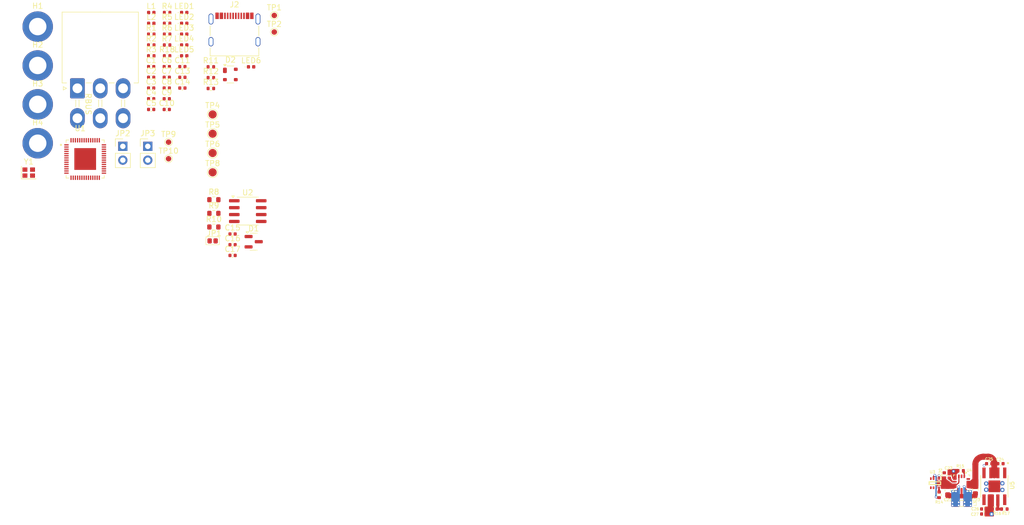
<source format=kicad_pcb>
(kicad_pcb (version 20241229) (generator "pcbnew") (generator_version "9.0")
  (layers (0 "F.Cu" signal) (4 "In1.Cu" signal) (6 "In2.Cu" signal) (2 "B.Cu" signal) (13 "F.Paste" user) (15 "B.Paste" user) (5 "F.SilkS" user "F.Silkscreen") (7 "B.SilkS" user "B.Silkscreen") (1 "F.Mask" user) (3 "B.Mask" user) (25 "Edge.Cuts" user))
  (net 0 "")
  (net 1 "GND")
  (net 2 "+3V3")
  (net 3 "VBUS")
  (net 4 "RBUS_uC_V")
  (net 5 "/Power/BBIN")
  (net 6 "/Power/BIAS")
  (net 7 "/Power/BBOUT")
  (net 8 "/Power/LX1")
  (net 9 "/Power/LX2")
  (net 10 "/Power/SEL")
  (net 11 "/Power/FBIn")
  (net 12 "Net-(U3-ST)")
  (net 18 "/CHIP_PU")
  (net 19 "Net-(C6-Pad1)")
  (net 20 "/BOOT")
  (net 21 "Net-(U1-XTAL_N)")
  (net 22 "Net-(C14-Pad1)")
  (net 23 "Net-(JP1-B)")
  (net 24 "/CAN-")
  (net 25 "/CAN+")
  (net 26 "/Data-")
  (net 27 "/Data+")
  (net 28 "+16.8V")
  (net 30 "Net-(J2-CC1)")
  (net 31 "Net-(J2-CC2)")
  (net 33 "/CAN-BUS/Vref")
  (net 34 "Net-(U1-XTAL_P)")
  (net 35 "/TXD")
  (net 36 "Net-(LED1-A)")
  (net 37 "/CAN_TX")
  (net 38 "Net-(LED2-A)")
  (net 39 "Net-(LED3-A)")
  (net 40 "/CAN_RX")
  (net 41 "Net-(LED4-A)")
  (net 42 "Net-(LED5-A)")
  (net 43 "Net-(LED6-A)")
  (net 44 "Net-(U1-U0TXD{slash}PROG{slash}GPIO43)")
  (net 45 "+12V")
  (net 46 "Net-(U2-Rs)")
  (net 47 "/RXD")
  (footprint "Capacitor_SMD:C_0402_1005Metric" (layer "F.Cu") (at 23.935 18.315)
    (property "Reference" "C5")
    (property "Value" "0.1uF")
  )
  (footprint "iclr:USB_C_Receptacle_Palconn_UTC16-G" (layer "F.Cu") (at 39.255 3.615)
    (property "Reference" "J2")
    (property "Value" "USB_C_Receptacle_USB2.0")
  )
  (footprint "Resistor_SMD:R_0402_1005Metric" (layer "F.Cu") (at 26.865 4.475)
    (property "Reference" "R6")
    (property "Value" "499R")
  )
  (footprint "Capacitor_SMD:C_0402_1005Metric" (layer "F.Cu") (at 29.675 10.435)
    (property "Reference" "C11")
    (property "Value" "0.1uF")
  )
  (footprint "LED_SMD:LED_0402_1005Metric" (layer "F.Cu") (at 30.01 8.455)
    (property "Reference" "LED5")
    (property "Value" "RED_LED")
  )
  (footprint "TestPoint:TestPoint_Pad_D1.5mm" (layer "F.Cu") (at 35.235 26.325)
    (property "Reference" "TP6")
    (property "Value" "TestPoint")
  )
  (footprint "Resistor_SMD:R_0402_1005Metric" (layer "F.Cu") (at 180.817285 91.79)
    (property "Reference" "R17")
    (property "Value" "10k")
  )
  (footprint "Capacitor_SMD:C_0402_1005Metric" (layer "F.Cu") (at 29.675 12.405)
    (property "Reference" "C13")
    (property "Value" "11pF")
  )
  (footprint "Inductor_SMD:L_0402_1005Metric" (layer "F.Cu") (at 23.955 2.485)
    (property "Reference" "L2")
    (property "Value" "20nH")
  )
  (footprint "Resistor_SMD:R_0402_1005Metric" (layer "F.Cu") (at 34.915 14.455)
    (property "Reference" "R13")
    (property "Value" "5.1k")
  )
  (footprint "iclr:Molex_Mini-Fit_Jr_5569-06A2_2x03_P4.20mm_Horizontal" (layer "F.Cu") (at 10.375 14.425)
    (property "Reference" "J1" (hide yes))
    (property "Value" "RBUS")
  )
  (footprint "iclr:SmallerSolderJP" (layer "F.Cu") (at 35.51 42.48)
    (property "Reference" "JP1")
    (property "Value" "TermJP")
  )
  (footprint "Capacitor_SMD:C_0402_1005Metric" (layer "F.Cu") (at 26.805 18.315)
    (property "Reference" "C10")
    (property "Value" "0.1uF")
  )
  (footprint "Capacitor_SMD:C_0402_1005Metric" (layer "F.Cu") (at 23.935 10.435)
    (property "Reference" "C1")
    (property "Value" "10uF")
  )
  (footprint "Resistor_SMD:R_0402_1005Metric" (layer "F.Cu") (at 34.915 12.465)
    (property "Reference" "R12")
    (property "Value" "5.1k")
  )
  (footprint "MountingHole:MountingHole_3.2mm_M3_DIN965_Pad" (layer "F.Cu") (at 3.075 3.075)
    (property "Reference" "H1")
    (property "Value" "MountingHole_Pad")
  )
  (footprint "LED_SMD:LED_0402_1005Metric" (layer "F.Cu") (at 30.01 0.495)
    (property "Reference" "LED1")
    (property "Value" "GREEN_LED")
  )
  (footprint "Package_SO:SOIC-8_3.9x4.9mm_P1.27mm" (layer "F.Cu") (at 41.695 37.005)
    (property "Reference" "U2")
    (property "Value" "SN65HVD230")
  )
  (footprint "Resistor_SMD:R_0402_1005Metric" (layer "F.Cu") (at 26.865 2.485)
    (property "Reference" "R5")
    (property "Value" "1k")
  )
  (footprint "Capacitor_SMD:C_0402_1005Metric" (layer "F.Cu") (at 26.805 16.345)
    (property "Reference" "C9")
    (property "Value" "10nF")
  )
  (footprint "Capacitor_SMD:C_0402_1005Metric" (layer "F.Cu") (at 38.905 45.155)
    (property "Reference" "C17")
    (property "Value" "47nF")
  )
  (footprint "Capacitor_SMD:C_0402_1005Metric" (layer "F.Cu") (at 178.03 83.44 180)
    (property "Reference" "C25")
    (property "Value" "4.7uF")
  )
  (footprint "iclr:SOTFL50P160X60-8N" (layer "F.Cu") (at 168.05 87.032 -90)
    (property "Reference" "U3")
    (property "Value" "LM66200DRLR" (hide yes))
  )
  (footprint "TestPoint:TestPoint_Pad_D1.0mm" (layer "F.Cu") (at 27.135 24.325)
    (property "Reference" "TP9")
    (property "Value" "TestPoint")
  )
  (footprint "Capacitor_SMD:C_0402_1005Metric" (layer "F.Cu") (at 26.805 14.375)
    (property "Reference" "C8")
    (property "Value" "0.1uF")
  )
  (footprint "TestPoint:TestPoint_Pad_D1.0mm" (layer "F.Cu") (at 46.575 4.075)
    (property "Reference" "TP2")
    (property "Value" "TestPoint")
  )
  (footprint "Capacitor_SMD:C_0402_1005Metric" (layer "F.Cu") (at 38.905 41.215)
    (property "Reference" "C15")
    (property "Value" "100nF")
  )
  (footprint "Resistor_SMD:R_0402_1005Metric" (layer "F.Cu") (at 23.955 4.475)
    (property "Reference" "R1")
    (property "Value" "10K")
  )
  (footprint "Capacitor_SMD:C_0402_1005Metric" (layer "F.Cu") (at 177.11 92.7)
    (property "Reference" "C27")
    (property "Value" "0.1uF")
  )
  (footprint "Capacitor_SMD:C_0603_1608Metric" (layer "F.Cu") (at 175.485 88.19 -90)
    (property "Reference" "C23")
    (property "Value" "22uF")
  )
  (footprint "Resistor_SMD:R_0402_1005Metric" (layer "F.Cu") (at 23.955 8.455)
    (property "Reference" "R3")
    (property "Value" "10K")
  )
  (footprint "Resistor_SMD:R_0402_1005Metric" (layer "F.Cu") (at 168.83 89.182 90)
    (property "Reference" "R14")
    (property "Value" "10k")
  )
  (footprint "MountingHole:MountingHole_3.2mm_M3_DIN965_Pad" (layer "F.Cu") (at 3.075 17.375)
    (property "Reference" "H3")
    (property "Value" "MountingHole_Pad")
  )
  (footprint "TestPoint:TestPoint_Pad_D1.0mm" (layer "F.Cu") (at 27.135 27.375)
    (property "Reference" "TP10")
    (property "Value" "TestPoint")
  )
  (footprint "Capacitor_SMD:C_0402_1005Metric" (layer "F.Cu") (at 169.77 85.6 90)
    (property "Reference" "C20")
    (property "Value" "10uF")
  )
  (footprint "Capacitor_SMD:C_0402_1005Metric" (layer "F.Cu") (at 23.935 16.345)
    (property "Reference" "C4")
    (property "Value" "1uF")
  )
  (footprint "iclr:QFN40P700X700X90-57N" (layer "F.Cu") (at 11.805 27.425)
    (property "Reference" "U1")
    (property "Value" "ESP32-S3")
  )
  (footprint "Resistor_SMD:R_0603_1608Metric" (layer "F.Cu") (at 35.465 37.415)
    (property "Reference" "R9")
    (property "Value" "60")
  )
  (footprint "LED_SMD:LED_0402_1005Metric" (layer "F.Cu") (at 30.01 6.465)
    (property "Reference" "LED4")
    (property "Value" "BLUE_LED")
  )
  (footprint "Capacitor_SMD:C_0402_1005Metric" (layer "F.Cu") (at 23.935 14.375)
    (property "Reference" "C3")
    (property "Value" "0.1uF")
  )
  (footprint "LED_SMD:LED_0402_1005Metric" (layer "F.Cu") (at 30.01 2.485)
    (property "Reference" "LED2")
    (property "Value" "GREEN_LED")
  )
  (footprint "Connector_PinHeader_2.54mm:PinHeader_1x02_P2.54mm_Vertical" (layer "F.Cu") (at 18.725 25.095)
    (property "Reference" "JP2")
    (property "Value" "Conn_01x02_Male")
  )
  (footprint "MountingHole:MountingHole_3.2mm_M3_DIN965_Pad" (layer "F.Cu") (at 3.075 10.225)
    (property "Reference" "H2")
    (property "Value" "MountingHole_Pad")
  )
  (footprint "Resistor_SMD:R_0402_1005Metric" (layer "F.Cu") (at 178.957285 91.79)
    (property "Reference" "R16")
    (property "Value" "56k")
  )
  (footprint "iclr:Crystal_SMD_2016-4Pin_2.0x1.6mm" (layer "F.Cu") (at 1.425 29.925)
    (property "Reference" "Y1")
    (property "Value" "R940000171")
  )
  (footprint "Resistor_SMD:R_0402_1005Metric" (layer "F.Cu") (at 172.77 84.74 180)
    (property "Reference" "R15")
    (property "Value" "14k")
  )
  (footprint "TestPoint:TestPoint_Pad_D1.5mm" (layer "F.Cu") (at 35.235 29.875)
    (property "Reference" "TP8")
    (property "Value" "TestPoint")
  )
  (footprint "Capacitor_SMD:C_0402_1005Metric" (layer "F.Cu") (at 23.935 12.405)
    (property "Reference" "C2")
    (property "Value" "1uF")
  )
  (footprint "Capacitor_SMD:C_0402_1005Metric" (layer "F.Cu") (at 180.109508 83.443814)
    (property "Reference" "C24")
    (property "Value" "10uF")
  )
  (footprint "Capacitor_SMD:C_0402_1005Metric" (layer "F.Cu") (at 38.905 43.185)
    (property "Reference" "C16")
    (property "Value" "10uF")
  )
  (footprint "iclr:SOIC127P599X175-9N" (layer "F.Cu") (at 178.979508 87.608814 -90)
    (property "Reference" "U5")
    (property "Value" "SC4215ASTRT")
  )
  (footprint "Resistor_SMD:R_0402_1005Metric" (layer "F.Cu") (at 23.955 6.465)
    (property "Reference" "R2")
    (property "Value" "470")
  )
  (footprint "Capacitor_SMD:C_0402_1005Metric" (layer "F.Cu") (at 177.11 91.78)
    (property "Reference" "C26")
    (property "Value" "10uF")
  )
  (footprint "Resistor_SMD:R_0402_1005Metric" (layer "F.Cu") (at 26.865 8.455)
    (property "Reference" "R18")
    (property "Value" "1k")
  )
  (footprint "Package_TO_SOT_SMD:SOT-143" (layer "F.Cu") (at 38.495 11.88)
    (property "Reference" "D2")
    (property "Value" "SP0503BAHT")
  )
  (footprint "TestPoint:TestPoint_Pad_D1.5mm" (layer "F.Cu") (at 35.235 19.225)
    (property "Reference" "TP4")
    (property "Value" "TestPoint")
  )
  (footprint "Package_TO_SOT_SMD:SOT-23" (layer "F.Cu") (at 42.785 42.63)
    (property "Reference" "D1")
    (property "Value" "SM712_SOT23")
  )
  (footprint "Resistor_SMD:R_0402_1005Metric" (layer "F.Cu") (at 26.865 0.495)
    (property "Reference" "R4")
    (property "Value" "470")
  )
  (footprint "TestPoint:TestPoint_Pad_D1.5mm" (layer "F.Cu") (at 35.235 22.775)
    (property "Reference" "TP5")
    (property "Value" "TestPoint")
  )
  (footprint "iclr:CONV_MAX77827AEFD+T" (layer "F.Cu") (at 172.952926 87.01 -90)
    (property "Reference" "U4")
    (property "Value" "MAX77827AEFD+T")
  )
  (footprint "Capacitor_SMD:C_0402_1005Metric" (layer "F.Cu") (at 26.805 12.405)
    (property "Reference" "C7")
    (property "Value" "1uF")
  )
  (footprint "TestPoint:TestPoint_Pad_D1.0mm" (layer "F.Cu") (at 46.575 1.025)
    (property "Reference" "TP1")
    (property "Value" "TestPoint")
  )
  (footprint "Resistor_SMD:R_0603_1608Metric" (layer "F.Cu") (at 35.465 34.905)
    (property "Reference" "R8")
    (property "Value" "0")
  )
  (footprint "Connector_PinHeader_2.54mm:PinHeader_1x02_P2.54mm_Vertical" (layer "F.Cu") (at 23.315 25.095)
    (property "Reference" "JP3")
    (property "Value" "Conn_01x02_Male")
  )
  (footprint "Resistor_SMD:R_0402_1005Metric" (layer "F.Cu") (at 26.865 6.465)
    (property "Reference" "R7")
    (property "Value" "3k")
  )
  (footprint "Capacitor_SMD:C_0603_1608Metric" (layer "F.Cu") (at 170.414377 88.377856 -90)
    (property "Reference" "C21")
    (property "Value" "10uF")
  )
  (footprint "Resistor_SMD:R_0603_1608Metric" (layer "F.Cu") (at 35.465 39.925)
    (property "Reference" "R10")
    (property "Value" "60")
  )
  (footprint "Capacitor_SMD:C_0402_1005Metric" (layer "F.Cu") (at 170.69 85.6 90)
    (property "Reference" "C22")
    (property "Value" "1uF")
  )
  (footprint "LED_SMD:LED_0402_1005Metric" (layer "F.Cu") (at 30.01 4.475)
    (property "Reference" "LED3")
    (property "Value" "ORANGE_LED")
  )
  (footprint "Inductor_SMD:L_0805_2012Metric" (layer "F.Cu") (at 172.957566 90.757961)
    (property "Reference" "L3")
    (property "Value" "1uH")
  )
  (footprint "Capacitor_SMD:C_0402_1005Metric" (layer "F.Cu") (at 29.675 14.375)
    (property "Reference" "C14")
    (property "Value" "11pF")
  )
  (footprint "Inductor_SMD:L_0402_1005Metric" (layer "F.Cu") (at 23.955 0.495)
    (property "Reference" "L1")
    (property "Value" "2.0nH")
  )
  (footprint "LED_SMD:LED_0402_1005Metric" (layer "F.Cu") (at 42.31 10.475)
    (property "Reference" "LED6")
    (property "Value" "WHITE_LED")
  )
  (footprint "Resistor_SMD:R_0402_1005Metric" (layer "F.Cu") (at 34.915 10.475)
    (property "Reference" "R11")
    (property "Value" "5.1k")
  )
  (footprint "Capacitor_SMD:C_0402_1005Metric" (layer "F.Cu") (at 26.805 10.435)
    (property "Reference" "C6")
    (property "Value" "0.1uF")
  )
  (footprint "MountingHole:MountingHole_3.2mm_M3_DIN965_Pad" (layer "F.Cu") (at 3.075 24.525)
    (property "Reference" "H4")
    (property "Value" "MountingHole_Pad")
  )
  (segment (start 175.481 89.431) (end 175.485 89.427) (width 0.8) (layer "F.Cu") (net 1))
  (segment (start 172.950705 88.10939) (end 172.950705 89.241165) (width 0.36) (layer "F.Cu") (net 1))
  (segment (start 170.362537 89.431) (end 175.481 89.431) (width 0.8) (layer "F.Cu") (net 1))
  (segment (start 172.952926 89.241775) (end 172.944701 89.25) (width 0.25) (layer "F.Cu") (net 1))
  (segment (start 175.485 89.427) (end 175.485 88.965) (width 0.8) (layer "F.Cu") (net 1))
  (segment (start 168.8 86.194) (end 168.8 85.615) (width 0.25) (layer "F.Cu") (net 1))
  (via (at 171.462 84.829) (size 0.6) (drill 0.3) (layers "F.Cu" "B.Cu") (net 1))
  (via (at 177.09 83.75) (size 0.45) (drill 0.3) (layers "F.Cu" "B.Cu") (net 1))
  (via (at 177.489508 88.243814) (size 0.8) (drill 0.4) (layers "F.Cu" "B.Cu") (net 1))
  (via (at 180.449508 88.273814) (size 0.8) (drill 0.4) (layers "F.Cu" "B.Cu") (net 1))
  (via (at 180.449508 87.053814) (size 0.8) (drill 0.4) (layers "F.Cu" "B.Cu") (net 1))
  (via (at 177.489508 88.243814) (size 0.8) (drill 0.4) (layers "F.Cu" "B.Cu") (net 1))
  (via (at 168.8 85.615) (size 0.45) (drill 0.3) (layers "F.Cu" "B.Cu") (net 1))
  (via (at 177.489508 87.103814) (size 0.8) (drill 0.4) (layers "F.Cu" "B.Cu") (net 1))
  (via (at 178.475 92.715) (size 0.8) (drill 0.4) (layers "F.Cu" "B.Cu") (net 2))
  (segment (start 168.83 89.692) (end 168.888 89.692) (width 0.25) (layer "F.Cu") (net 3))
  (segment (start 168.83 89.692) (end 168.377 89.692) (width 0.25) (layer "F.Cu") (net 3))
  (segment (start 167.8 86.194) (end 167.8 85.806917) (width 0.25) (layer "F.Cu") (net 3))
  (segment (start 168.377 89.692) (end 168.265 89.58) (width 0.25) (layer "F.Cu") (net 3))
  (segment (start 167.8 85.806917) (end 168.042084 85.564833) (width 0.25) (layer "F.Cu") (net 3))
  (via (at 168.042084 85.564833) (size 0.45) (drill 0.3) (layers "F.Cu" "B.Cu") (net 3))
  (via (at 168.265 89.58) (size 0.45) (drill 0.3) (layers "F.Cu" "B.Cu") (net 3))
  (segment (start 168.26 89.575) (end 168.26 85.782749) (width 0.25) (layer "B.Cu") (net 3))
  (segment (start 168.26 85.782749) (end 168.042084 85.564833) (width 0.25) (layer "B.Cu") (net 3))
  (segment (start 168.265 89.58) (end 168.26 89.575) (width 0.25) (layer "B.Cu") (net 3))
  (segment (start 172.452926 85.71) (end 172.452926 86.777373) (width 0.2) (layer "F.Cu") (net 5))
  (segment (start 172.34 87.05) (end 172.292132 87.097868) (width 0.2) (layer "F.Cu") (net 5))
  (segment (start 168.3 86.194) (end 168.3 87.87) (width 0.25) (layer "F.Cu") (net 5))
  (arc (start 172.292132 87.097868) (mid 172.057163 87.254869) (end 171.78 87.31) (width 0.2) (layer "F.Cu") (net 5))
  (arc (start 172.452926 86.777373) (mid 172.423577 86.924918) (end 172.34 87.05) (width 0.2) (layer "F.Cu") (net 5))
  (segment (start 170.69 86.08) (end 170.69 86.173764) (width 0.25) (layer "F.Cu") (net 6))
  (segment (start 170.671882 86.191882) (end 171.248118 86.768118) (width 0.31) (layer "F.Cu") (net 6))
  (segment (start 171.248118 86.768118) (end 171.734808 86.768118) (width 0.31) (layer "F.Cu") (net 6))
  (segment (start 170.69 86.173764) (end 170.671882 86.191882) (width 0.25) (layer "F.Cu") (net 6))
  (segment (start 176.961396 82.165) (end 177.84365 82.165) (width 1.1) (layer "F.Cu") (net 7))
  (segment (start 175.485 87.415) (end 175.485 83.556543) (width 1.1) (layer "F.Cu") (net 7))
  (segment (start 178.975 83.29635) (end 178.975 85.59) (width 1.1) (layer "F.Cu") (net 7))
  (segment (start 179.614508 85.138814) (end 178.344508 85.138814) (width 0.25) (layer "F.Cu") (net 7))
  (arc (start 177.84365 82.165) (mid 178.643635 82.496365) (end 178.975 83.29635) (width 1.1) (layer "F.Cu") (net 7))
  (arc (start 175.485 83.556543) (mid 175.586358 83.046984) (end 175.875 82.615) (width 1.1) (layer "F.Cu") (net 7))
  (arc (start 175.875 82.615) (mid 176.373442 82.281951) (end 176.961396 82.165) (width 1.1) (layer "F.Cu") (net 7))
  (via (at 171.358495 88.542804) (size 0.45) (drill 0.3) (layers "F.Cu" "B.Cu") (net 8))
  (via (at 172.42959 90.555244) (size 0.45) (drill 0.3) (layers "F.Cu" "B.Cu") (net 8))
  (via (at 171.924677 88.545738) (size 0.45) (drill 0.3) (layers "F.Cu" "B.Cu") (net 8))
  (via (at 171.275961 90.576736) (size 0.45) (drill 0.3) (layers "F.Cu" "B.Cu") (net 8))
  (via (at 172.428243 91.130497) (size 0.45) (drill 0.3) (layers "F.Cu" "B.Cu") (net 8))
  (via (at 172.436814 87.705278) (size 0.45) (drill 0.3) (layers "F.Cu" "B.Cu") (net 8))
  (via (at 171.27655 91.132958) (size 0.45) (drill 0.3) (layers "F.Cu" "B.Cu") (net 8))
  (via (at 173.491691 91.12392) (size 0.45) (drill 0.3) (layers "F.Cu" "B.Cu") (net 9))
  (via (at 173.415 87.64) (size 0.45) (drill 0.3) (layers "F.Cu" "B.Cu") (net 9))
  (via (at 173.99 88.52) (size 0.45) (drill 0.3) (layers "F.Cu" "B.Cu") (net 9))
  (via (at 174.635177 91.132978) (size 0.45) (drill 0.3) (layers "F.Cu" "B.Cu") (net 9))
  (via (at 174.635177 90.54) (size 0.45) (drill 0.3) (layers "F.Cu" "B.Cu") (net 9))
  (via (at 173.488787 90.54) (size 0.45) (drill 0.3) (layers "F.Cu" "B.Cu") (net 9))
  (via (at 174.584257 88.53848) (size 0.45) (drill 0.3) (layers "F.Cu" "B.Cu") (net 9))
  (segment (start 173.452926 85.71) (end 173.452926 85.15748) (width 0.2) (layer "F.Cu") (net 10))
  (arc (start 173.452926 85.15748) (mid 173.407984 84.931541) (end 173.28 84.74) (width 0.2) (layer "F.Cu") (net 10))
  (segment (start 179.467285 91.79) (end 180.307285 91.79) (width 0.5) (layer "F.Cu") (net 11))
  (segment (start 179.614508 91.642777) (end 179.467285 91.79) (width 0.25) (layer "F.Cu") (net 11))
  (segment (start 179.614508 90.078814) (end 179.614508 91.642777) (width 0.5) (layer "F.Cu") (net 11))
  (segment (start 168.8 87.87) (end 168.8 88.642) (width 0.25) (layer "F.Cu") (net 12))
  (segment (start 168.8 88.642) (end 168.83 88.672) (width 0.25) (layer "F.Cu") (net 12))
  (zone (net 5) (net_name "/Power/BBIN") (layer "F.Cu") (connect_pads yes (clearance 0)) (min_thickness 0.254) (fill yes (thermal_gap 0.508) (thermal_bridge_width 0.508))
    (polygon (pts (xy 172.030647 87.914922) (xy 171.907927 87.914922) (xy 171.397541 87.912641) (xy 171.397541 87.104182) (xy 172.030646 87.104182)))
  )
  (zone (net 1) (net_name "GND") (layer "F.Cu") (priority 5) (connect_pads yes (clearance 0.2)) (min_thickness 0.254) (fill yes (thermal_gap 0.508) (thermal_bridge_width 0.508) (smoothing fillet) (radius 0.1) (island_removal_mode 2) (island_area_min 0))
    (polygon (pts (xy 172.54 84.99) (xy 172.04 85.37) (xy 172.04 86.43) (xy 171.4125 86.4175) (xy 171.025 85.915) (xy 170.38 85.92) (xy 170.38 84.41) (xy 172.54 84.41)))
  )
  (zone (net 5) (net_name "/Power/BBIN") (layer "F.Cu") (priority 5) (connect_pads yes (clearance 0)) (min_thickness 0.254) (fill yes (thermal_gap 0.508) (thermal_bridge_width 0.508))
    (polygon (pts (xy 170.73 86.514835) (xy 171.293 87.089) (xy 171.398 87.104) (xy 171.785 87.448) (xy 171.964 87.898) (xy 171.506 88.074) (xy 169.13088 88.077482) (xy 169.130886 87.992) (xy 168.23 87.992) (xy 168.23 85.792) (xy 170.73 85.792)))
  )
  (zone (net 7) (net_name "/Power/BBOUT") (layer "F.Cu") (priority 5) (connect_pads yes (clearance 0)) (min_thickness 0.254) (fill yes (thermal_gap 0.508) (thermal_bridge_width 0.508) (smoothing fillet) (radius 0.1))
    (polygon (pts (xy 176.032883 86.262002) (xy 176.033174 86.649475) (xy 176.033112 86.649475) (xy 176.037475 88.104499) (xy 175.048 88.103) (xy 173.837 87.905) (xy 173.872 86.604) (xy 174.531073 86.607023) (xy 174.92 86.26)))
  )
  (zone (net 2) (net_name "+3V3") (layer "F.Cu") (priority 1) (connect_pads yes (clearance 0)) (min_thickness 0.254) (fill yes (thermal_gap 0.508) (thermal_bridge_width 0.508) (smoothing fillet) (radius 0.1))
    (polygon (pts (xy 178.9 91.34) (xy 178.9 93.15) (xy 177.16 93.15) (xy 177.16 91.34) (xy 177.755 91.34) (xy 177.755 89.09) (xy 178.9 89.09)))
  )
  (zone (net 0) (net_name "") (layer "F.Cu") (name "gnda connection override") (connect_pads yes (clearance 0)) (min_thickness 0.254)
    (keepout (tracks not_allowed) (vias not_allowed) (pads not_allowed) (copperpour not_allowed) (footprints allowed))
    (fill (thermal_gap 0.508) (thermal_bridge_width 0.508) (island_removal_mode 2) (island_area_min 0))
    (polygon (pts (xy 170.379733 84.159894) (xy 172.539184 84.159894) (xy 172.539185 84.159817) (xy 172.789185 84.159817) (xy 172.789184 85.320134) (xy 172.539184 85.320134) (xy 172.539184 84.409894) (xy 170.379733 84.409894) (xy 170.379733 86.320125) (xy 170.129733 86.320125) (xy 170.129734 84.159808) (xy 170.379734 84.159808)))
  )
  (zone (net 9) (net_name "/Power/LX2") (layer "F.Cu") (priority 5) (connect_pads yes (clearance 0)) (min_thickness 0.254) (fill yes (thermal_gap 0.508) (thermal_bridge_width 0.508) (smoothing fillet) (radius 0.1))
    (polygon (pts (xy 173.689811 87.72734) (xy 173.708 87.871) (xy 173.723 87.933) (xy 173.950967 88.319) (xy 174.6 88.319) (xy 174.601467 88.720398) (xy 173.423026 88.721398) (xy 173.423 88.319) (xy 173.423908 88.319) (xy 173.423 87.936) (xy 173.258178 87.811032) (xy 173.257178 87.491032) (xy 173.621811 87.48934)))
  )
  (zone (net 9) (net_name "/Power/LX2") (layer "F.Cu") (priority 5) (connect_pads yes (clearance 0)) (min_thickness 0.254) (fill yes (thermal_gap 0.508) (thermal_bridge_width 0.508) (smoothing fillet) (radius 0.1))
    (polygon (pts (xy 174.861 91.356) (xy 173.262 91.356) (xy 173.262 90.156) (xy 174.861 90.156)))
  )
  (zone (net 8) (net_name "/Power/LX1") (layer "F.Cu") (priority 5) (connect_pads yes (clearance 0)) (min_thickness 0.254) (fill yes (thermal_gap 0.508) (thermal_bridge_width 0.508) (smoothing fillet) (radius 0.1))
    (polygon (pts (xy 172.655 91.356) (xy 171.051 91.356) (xy 171.051 90.156) (xy 172.655 90.156)))
  )
  (zone (net 8) (net_name "/Power/LX1") (layer "F.Cu") (priority 5) (connect_pads yes (clearance 0)) (min_thickness 0.254) (fill yes (thermal_gap 0.508) (thermal_bridge_width 0.508) (smoothing fillet) (radius 0.1))
    (polygon (pts (xy 172.671279 87.706768) (xy 172.481 88.005) (xy 172.482531 88.319636) (xy 172.482997 88.319636) (xy 172.484464 88.721034) (xy 171.306023 88.722034) (xy 171.305997 88.319636) (xy 172.123741 88.319636) (xy 172.123 88.044) (xy 172.234 87.804) (xy 172.231 87.532) (xy 172.230861 87.499255) (xy 172.661708 87.497743)))
  )
  (zone (net 9) (net_name "/Power/LX2") (layer "B.Cu") (priority 5) (connect_pads yes (clearance 0)) (min_thickness 0.254) (fill yes (thermal_gap 0.508) (thermal_bridge_width 0.508) (smoothing fillet) (radius 0.1))
    (polygon (pts (xy 173.672002 88.312211) (xy 174.861977 88.312211) (xy 174.861976 91.35478) (xy 173.262548 91.35478) (xy 173.262548 90.629998) (xy 173.261717 87.490383) (xy 173.671784 87.48835)))
  )
  (zone (net 8) (net_name "/Power/LX1") (layer "B.Cu") (priority 5) (connect_pads yes (clearance 0)) (min_thickness 0.254) (fill yes (thermal_gap 0.508) (thermal_bridge_width 0.508) (smoothing fillet) (radius 0.1))
    (polygon (pts (xy 172.644482 88.317417) (xy 172.645 88.317417) (xy 172.645 90.183282) (xy 172.645156 90.745063) (xy 172.645 90.745063) (xy 172.645 91.356) (xy 171.051 91.356) (xy 171.051 88.317417) (xy 172.234414 88.317417) (xy 172.234186 87.495249) (xy 172.644253 87.493216)))
  )
)
</source>
